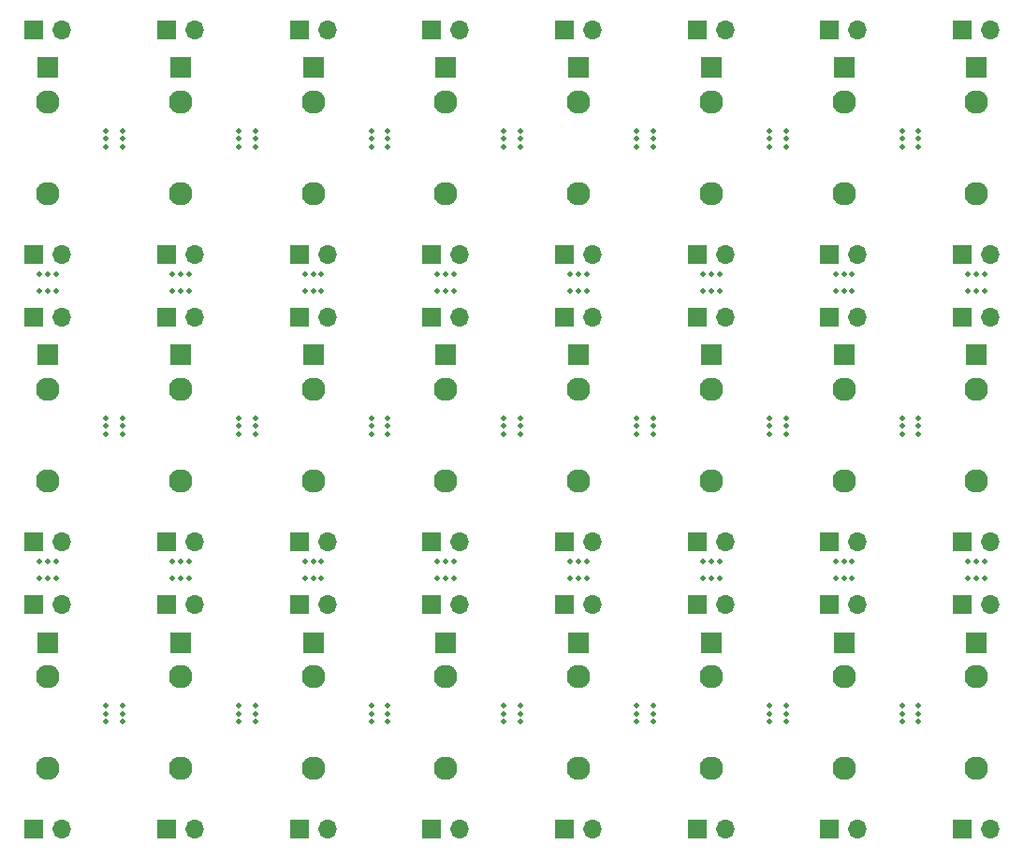
<source format=gbr>
%TF.GenerationSoftware,KiCad,Pcbnew,(6.0.0-0)*%
%TF.CreationDate,2022-11-22T10:59:51-05:00*%
%TF.ProjectId,AudioJack-Breakout-Panelization,41756469-6f4a-4616-936b-2d427265616b,rev?*%
%TF.SameCoordinates,Original*%
%TF.FileFunction,Soldermask,Top*%
%TF.FilePolarity,Negative*%
%FSLAX46Y46*%
G04 Gerber Fmt 4.6, Leading zero omitted, Abs format (unit mm)*
G04 Created by KiCad (PCBNEW (6.0.0-0)) date 2022-11-22 10:59:51*
%MOMM*%
%LPD*%
G01*
G04 APERTURE LIST*
%ADD10C,0.500000*%
%ADD11O,1.700000X1.700000*%
%ADD12R,1.700000X1.700000*%
%ADD13R,1.930000X1.830000*%
%ADD14C,2.130000*%
G04 APERTURE END LIST*
D10*
%TO.C,mouse-bite-2mm-slot47*%
X165180000Y-109694000D03*
X165930000Y-109694000D03*
X165930000Y-111194000D03*
X164430000Y-111194000D03*
X164430000Y-109694000D03*
X165180000Y-111194000D03*
%TD*%
%TO.C,mouse-bite-2mm-slot46*%
X159930000Y-124194000D03*
X158430000Y-122694000D03*
X159930000Y-123444000D03*
X158430000Y-123444000D03*
X159930000Y-122694000D03*
X158430000Y-124194000D03*
%TD*%
D11*
%TO.C,J178*%
X166445000Y-133904000D03*
D12*
X163905000Y-133904000D03*
%TD*%
D13*
%TO.C,J177*%
X165180000Y-117010000D03*
D14*
X165180000Y-120110000D03*
X165180000Y-128410000D03*
%TD*%
D12*
%TO.C,J179*%
X163905000Y-113584000D03*
D11*
X166445000Y-113584000D03*
%TD*%
D10*
%TO.C,mouse-bite-2mm-slot45*%
X153180000Y-109694000D03*
X153930000Y-109694000D03*
X153930000Y-111194000D03*
X152430000Y-111194000D03*
X152430000Y-109694000D03*
X153180000Y-111194000D03*
%TD*%
%TO.C,mouse-bite-2mm-slot44*%
X147930000Y-124194000D03*
X146430000Y-122694000D03*
X147930000Y-123444000D03*
X146430000Y-123444000D03*
X147930000Y-122694000D03*
X146430000Y-124194000D03*
%TD*%
D11*
%TO.C,J175*%
X154445000Y-133904000D03*
D12*
X151905000Y-133904000D03*
%TD*%
D13*
%TO.C,J174*%
X153180000Y-117010000D03*
D14*
X153180000Y-120110000D03*
X153180000Y-128410000D03*
%TD*%
D12*
%TO.C,J176*%
X151905000Y-113584000D03*
D11*
X154445000Y-113584000D03*
%TD*%
D10*
%TO.C,mouse-bite-2mm-slot43*%
X141180000Y-109694000D03*
X141930000Y-109694000D03*
X141930000Y-111194000D03*
X140430000Y-111194000D03*
X140430000Y-109694000D03*
X141180000Y-111194000D03*
%TD*%
%TO.C,mouse-bite-2mm-slot42*%
X135930000Y-124194000D03*
X134430000Y-122694000D03*
X135930000Y-123444000D03*
X134430000Y-123444000D03*
X135930000Y-122694000D03*
X134430000Y-124194000D03*
%TD*%
D11*
%TO.C,J172*%
X142445000Y-133904000D03*
D12*
X139905000Y-133904000D03*
%TD*%
D13*
%TO.C,J171*%
X141180000Y-117010000D03*
D14*
X141180000Y-120110000D03*
X141180000Y-128410000D03*
%TD*%
D12*
%TO.C,J173*%
X139905000Y-113584000D03*
D11*
X142445000Y-113584000D03*
%TD*%
D10*
%TO.C,mouse-bite-2mm-slot41*%
X129180000Y-109694000D03*
X129930000Y-109694000D03*
X129930000Y-111194000D03*
X128430000Y-111194000D03*
X128430000Y-109694000D03*
X129180000Y-111194000D03*
%TD*%
%TO.C,mouse-bite-2mm-slot40*%
X123930000Y-124194000D03*
X122430000Y-122694000D03*
X123930000Y-123444000D03*
X122430000Y-123444000D03*
X123930000Y-122694000D03*
X122430000Y-124194000D03*
%TD*%
D11*
%TO.C,J169*%
X130445000Y-133904000D03*
D12*
X127905000Y-133904000D03*
%TD*%
D13*
%TO.C,J168*%
X129180000Y-117010000D03*
D14*
X129180000Y-120110000D03*
X129180000Y-128410000D03*
%TD*%
D12*
%TO.C,J170*%
X127905000Y-113584000D03*
D11*
X130445000Y-113584000D03*
%TD*%
D10*
%TO.C,mouse-bite-2mm-slot39*%
X117180000Y-109694000D03*
X117930000Y-109694000D03*
X117930000Y-111194000D03*
X116430000Y-111194000D03*
X116430000Y-109694000D03*
X117180000Y-111194000D03*
%TD*%
%TO.C,mouse-bite-2mm-slot38*%
X111930000Y-124194000D03*
X110430000Y-122694000D03*
X111930000Y-123444000D03*
X110430000Y-123444000D03*
X111930000Y-122694000D03*
X110430000Y-124194000D03*
%TD*%
D11*
%TO.C,J166*%
X118445000Y-133904000D03*
D12*
X115905000Y-133904000D03*
%TD*%
D13*
%TO.C,J165*%
X117180000Y-117010000D03*
D14*
X117180000Y-120110000D03*
X117180000Y-128410000D03*
%TD*%
D12*
%TO.C,J167*%
X115905000Y-113584000D03*
D11*
X118445000Y-113584000D03*
%TD*%
D10*
%TO.C,mouse-bite-2mm-slot37*%
X105180000Y-109694000D03*
X105930000Y-109694000D03*
X105930000Y-111194000D03*
X104430000Y-111194000D03*
X104430000Y-109694000D03*
X105180000Y-111194000D03*
%TD*%
%TO.C,mouse-bite-2mm-slot36*%
X99930000Y-124194000D03*
X98430000Y-122694000D03*
X99930000Y-123444000D03*
X98430000Y-123444000D03*
X99930000Y-122694000D03*
X98430000Y-124194000D03*
%TD*%
D11*
%TO.C,J163*%
X106445000Y-133904000D03*
D12*
X103905000Y-133904000D03*
%TD*%
D13*
%TO.C,J162*%
X105180000Y-117010000D03*
D14*
X105180000Y-120110000D03*
X105180000Y-128410000D03*
%TD*%
D12*
%TO.C,J164*%
X103905000Y-113584000D03*
D11*
X106445000Y-113584000D03*
%TD*%
D10*
%TO.C,mouse-bite-2mm-slot35*%
X93180000Y-109694000D03*
X93930000Y-109694000D03*
X93930000Y-111194000D03*
X92430000Y-111194000D03*
X92430000Y-109694000D03*
X93180000Y-111194000D03*
%TD*%
%TO.C,mouse-bite-2mm-slot34*%
X87930000Y-124194000D03*
X86430000Y-122694000D03*
X87930000Y-123444000D03*
X86430000Y-123444000D03*
X87930000Y-122694000D03*
X86430000Y-124194000D03*
%TD*%
D11*
%TO.C,J160*%
X94445000Y-133904000D03*
D12*
X91905000Y-133904000D03*
%TD*%
D13*
%TO.C,J159*%
X93180000Y-117010000D03*
D14*
X93180000Y-120110000D03*
X93180000Y-128410000D03*
%TD*%
D12*
%TO.C,J161*%
X91905000Y-113584000D03*
D11*
X94445000Y-113584000D03*
%TD*%
D10*
%TO.C,mouse-bite-2mm-slot33*%
X81180000Y-109694000D03*
X81930000Y-109694000D03*
X81930000Y-111194000D03*
X80430000Y-111194000D03*
X80430000Y-109694000D03*
X81180000Y-111194000D03*
%TD*%
D11*
%TO.C,J157*%
X82445000Y-133904000D03*
D12*
X79905000Y-133904000D03*
%TD*%
D13*
%TO.C,J156*%
X81180000Y-117010000D03*
D14*
X81180000Y-120110000D03*
X81180000Y-128410000D03*
%TD*%
D12*
%TO.C,J158*%
X79905000Y-113584000D03*
D11*
X82445000Y-113584000D03*
%TD*%
D10*
%TO.C,mouse-bite-2mm-slot31*%
X165180000Y-83694000D03*
X165930000Y-83694000D03*
X165930000Y-85194000D03*
X164430000Y-85194000D03*
X164430000Y-83694000D03*
X165180000Y-85194000D03*
%TD*%
%TO.C,mouse-bite-2mm-slot30*%
X159930000Y-98194000D03*
X158430000Y-96694000D03*
X159930000Y-97444000D03*
X158430000Y-97444000D03*
X159930000Y-96694000D03*
X158430000Y-98194000D03*
%TD*%
D11*
%TO.C,J154*%
X166445000Y-107904000D03*
D12*
X163905000Y-107904000D03*
%TD*%
D13*
%TO.C,J153*%
X165180000Y-91010000D03*
D14*
X165180000Y-94110000D03*
X165180000Y-102410000D03*
%TD*%
D12*
%TO.C,J155*%
X163905000Y-87584000D03*
D11*
X166445000Y-87584000D03*
%TD*%
D10*
%TO.C,mouse-bite-2mm-slot29*%
X153180000Y-83694000D03*
X153930000Y-83694000D03*
X153930000Y-85194000D03*
X152430000Y-85194000D03*
X152430000Y-83694000D03*
X153180000Y-85194000D03*
%TD*%
%TO.C,mouse-bite-2mm-slot27*%
X147930000Y-98194000D03*
X146430000Y-96694000D03*
X147930000Y-97444000D03*
X146430000Y-97444000D03*
X147930000Y-96694000D03*
X146430000Y-98194000D03*
%TD*%
D11*
%TO.C,J151*%
X154445000Y-107904000D03*
D12*
X151905000Y-107904000D03*
%TD*%
D13*
%TO.C,J150*%
X153180000Y-91010000D03*
D14*
X153180000Y-94110000D03*
X153180000Y-102410000D03*
%TD*%
D12*
%TO.C,J152*%
X151905000Y-87584000D03*
D11*
X154445000Y-87584000D03*
%TD*%
D10*
%TO.C,mouse-bite-2mm-slot26*%
X141180000Y-83694000D03*
X141930000Y-83694000D03*
X141930000Y-85194000D03*
X140430000Y-85194000D03*
X140430000Y-83694000D03*
X141180000Y-85194000D03*
%TD*%
%TO.C,mouse-bite-2mm-slot25*%
X135930000Y-98194000D03*
X134430000Y-96694000D03*
X135930000Y-97444000D03*
X134430000Y-97444000D03*
X135930000Y-96694000D03*
X134430000Y-98194000D03*
%TD*%
D11*
%TO.C,J148*%
X142445000Y-107904000D03*
D12*
X139905000Y-107904000D03*
%TD*%
D13*
%TO.C,J147*%
X141180000Y-91010000D03*
D14*
X141180000Y-94110000D03*
X141180000Y-102410000D03*
%TD*%
D12*
%TO.C,J149*%
X139905000Y-87584000D03*
D11*
X142445000Y-87584000D03*
%TD*%
D10*
%TO.C,mouse-bite-2mm-slot24*%
X129180000Y-83694000D03*
X129930000Y-83694000D03*
X129930000Y-85194000D03*
X128430000Y-85194000D03*
X128430000Y-83694000D03*
X129180000Y-85194000D03*
%TD*%
%TO.C,mouse-bite-2mm-slot23*%
X123930000Y-98194000D03*
X122430000Y-96694000D03*
X123930000Y-97444000D03*
X122430000Y-97444000D03*
X123930000Y-96694000D03*
X122430000Y-98194000D03*
%TD*%
D11*
%TO.C,J145*%
X130445000Y-107904000D03*
D12*
X127905000Y-107904000D03*
%TD*%
D13*
%TO.C,J144*%
X129180000Y-91010000D03*
D14*
X129180000Y-94110000D03*
X129180000Y-102410000D03*
%TD*%
D12*
%TO.C,J146*%
X127905000Y-87584000D03*
D11*
X130445000Y-87584000D03*
%TD*%
D10*
%TO.C,mouse-bite-2mm-slot22*%
X117180000Y-83694000D03*
X117930000Y-83694000D03*
X117930000Y-85194000D03*
X116430000Y-85194000D03*
X116430000Y-83694000D03*
X117180000Y-85194000D03*
%TD*%
%TO.C,mouse-bite-2mm-slot21*%
X111930000Y-98194000D03*
X110430000Y-96694000D03*
X111930000Y-97444000D03*
X110430000Y-97444000D03*
X111930000Y-96694000D03*
X110430000Y-98194000D03*
%TD*%
D11*
%TO.C,J142*%
X118445000Y-107904000D03*
D12*
X115905000Y-107904000D03*
%TD*%
D13*
%TO.C,J141*%
X117180000Y-91010000D03*
D14*
X117180000Y-94110000D03*
X117180000Y-102410000D03*
%TD*%
D12*
%TO.C,J143*%
X115905000Y-87584000D03*
D11*
X118445000Y-87584000D03*
%TD*%
D10*
%TO.C,mouse-bite-2mm-slot20*%
X105180000Y-83694000D03*
X105930000Y-83694000D03*
X105930000Y-85194000D03*
X104430000Y-85194000D03*
X104430000Y-83694000D03*
X105180000Y-85194000D03*
%TD*%
%TO.C,mouse-bite-2mm-slot19*%
X99930000Y-98194000D03*
X98430000Y-96694000D03*
X99930000Y-97444000D03*
X98430000Y-97444000D03*
X99930000Y-96694000D03*
X98430000Y-98194000D03*
%TD*%
D11*
%TO.C,J139*%
X106445000Y-107904000D03*
D12*
X103905000Y-107904000D03*
%TD*%
D13*
%TO.C,J138*%
X105180000Y-91010000D03*
D14*
X105180000Y-94110000D03*
X105180000Y-102410000D03*
%TD*%
D12*
%TO.C,J140*%
X103905000Y-87584000D03*
D11*
X106445000Y-87584000D03*
%TD*%
D10*
%TO.C,mouse-bite-2mm-slot18*%
X93180000Y-83694000D03*
X93930000Y-83694000D03*
X93930000Y-85194000D03*
X92430000Y-85194000D03*
X92430000Y-83694000D03*
X93180000Y-85194000D03*
%TD*%
%TO.C,mouse-bite-2mm-slot17*%
X87930000Y-98194000D03*
X86430000Y-96694000D03*
X87930000Y-97444000D03*
X86430000Y-97444000D03*
X87930000Y-96694000D03*
X86430000Y-98194000D03*
%TD*%
D11*
%TO.C,J136*%
X94445000Y-107904000D03*
D12*
X91905000Y-107904000D03*
%TD*%
D13*
%TO.C,J135*%
X93180000Y-91010000D03*
D14*
X93180000Y-94110000D03*
X93180000Y-102410000D03*
%TD*%
D12*
%TO.C,J137*%
X91905000Y-87584000D03*
D11*
X94445000Y-87584000D03*
%TD*%
D10*
%TO.C,mouse-bite-2mm-slot16*%
X81180000Y-83694000D03*
X81930000Y-83694000D03*
X81930000Y-85194000D03*
X80430000Y-85194000D03*
X80430000Y-83694000D03*
X81180000Y-85194000D03*
%TD*%
D11*
%TO.C,J133*%
X82445000Y-107904000D03*
D12*
X79905000Y-107904000D03*
%TD*%
D13*
%TO.C,J132*%
X81180000Y-91010000D03*
D14*
X81180000Y-94110000D03*
X81180000Y-102410000D03*
%TD*%
D12*
%TO.C,J134*%
X79905000Y-87584000D03*
D11*
X82445000Y-87584000D03*
%TD*%
D10*
%TO.C,mouse-bite-2mm-slot13*%
X159930000Y-72194000D03*
X158430000Y-70694000D03*
X159930000Y-71444000D03*
X158430000Y-71444000D03*
X159930000Y-70694000D03*
X158430000Y-72194000D03*
%TD*%
D11*
%TO.C,J130*%
X166445000Y-81904000D03*
D12*
X163905000Y-81904000D03*
%TD*%
D13*
%TO.C,J129*%
X165180000Y-65010000D03*
D14*
X165180000Y-68110000D03*
X165180000Y-76410000D03*
%TD*%
D12*
%TO.C,J131*%
X163905000Y-61584000D03*
D11*
X166445000Y-61584000D03*
%TD*%
D10*
%TO.C,mouse-bite-2mm-slot11*%
X147930000Y-72194000D03*
X146430000Y-70694000D03*
X147930000Y-71444000D03*
X146430000Y-71444000D03*
X147930000Y-70694000D03*
X146430000Y-72194000D03*
%TD*%
D11*
%TO.C,J127*%
X154445000Y-81904000D03*
D12*
X151905000Y-81904000D03*
%TD*%
D13*
%TO.C,J126*%
X153180000Y-65010000D03*
D14*
X153180000Y-68110000D03*
X153180000Y-76410000D03*
%TD*%
D12*
%TO.C,J128*%
X151905000Y-61584000D03*
D11*
X154445000Y-61584000D03*
%TD*%
D10*
%TO.C,mouse-bite-2mm-slot9*%
X135930000Y-72194000D03*
X134430000Y-70694000D03*
X135930000Y-71444000D03*
X134430000Y-71444000D03*
X135930000Y-70694000D03*
X134430000Y-72194000D03*
%TD*%
D11*
%TO.C,J124*%
X142445000Y-81904000D03*
D12*
X139905000Y-81904000D03*
%TD*%
D13*
%TO.C,J123*%
X141180000Y-65010000D03*
D14*
X141180000Y-68110000D03*
X141180000Y-76410000D03*
%TD*%
D12*
%TO.C,J125*%
X139905000Y-61584000D03*
D11*
X142445000Y-61584000D03*
%TD*%
D10*
%TO.C,mouse-bite-2mm-slot7*%
X123930000Y-72194000D03*
X122430000Y-70694000D03*
X123930000Y-71444000D03*
X122430000Y-71444000D03*
X123930000Y-70694000D03*
X122430000Y-72194000D03*
%TD*%
D11*
%TO.C,J121*%
X130445000Y-81904000D03*
D12*
X127905000Y-81904000D03*
%TD*%
D13*
%TO.C,J120*%
X129180000Y-65010000D03*
D14*
X129180000Y-68110000D03*
X129180000Y-76410000D03*
%TD*%
D12*
%TO.C,J122*%
X127905000Y-61584000D03*
D11*
X130445000Y-61584000D03*
%TD*%
D10*
%TO.C,mouse-bite-2mm-slot5*%
X111930000Y-72194000D03*
X110430000Y-70694000D03*
X111930000Y-71444000D03*
X110430000Y-71444000D03*
X111930000Y-70694000D03*
X110430000Y-72194000D03*
%TD*%
D11*
%TO.C,J118*%
X118445000Y-81904000D03*
D12*
X115905000Y-81904000D03*
%TD*%
D13*
%TO.C,J117*%
X117180000Y-65010000D03*
D14*
X117180000Y-68110000D03*
X117180000Y-76410000D03*
%TD*%
D12*
%TO.C,J119*%
X115905000Y-61584000D03*
D11*
X118445000Y-61584000D03*
%TD*%
D10*
%TO.C,mouse-bite-2mm-slot3*%
X99930000Y-72194000D03*
X98430000Y-70694000D03*
X99930000Y-71444000D03*
X98430000Y-71444000D03*
X99930000Y-70694000D03*
X98430000Y-72194000D03*
%TD*%
D11*
%TO.C,J115*%
X106445000Y-81904000D03*
D12*
X103905000Y-81904000D03*
%TD*%
D13*
%TO.C,J114*%
X105180000Y-65010000D03*
D14*
X105180000Y-68110000D03*
X105180000Y-76410000D03*
%TD*%
D12*
%TO.C,J116*%
X103905000Y-61584000D03*
D11*
X106445000Y-61584000D03*
%TD*%
D10*
%TO.C,mouse-bite-2mm-slot1*%
X87930000Y-72194000D03*
X86430000Y-70694000D03*
X87930000Y-71444000D03*
X86430000Y-71444000D03*
X87930000Y-70694000D03*
X86430000Y-72194000D03*
%TD*%
D11*
%TO.C,J112*%
X94445000Y-81904000D03*
D12*
X91905000Y-81904000D03*
%TD*%
D13*
%TO.C,J111*%
X93180000Y-65010000D03*
D14*
X93180000Y-68110000D03*
X93180000Y-76410000D03*
%TD*%
D12*
%TO.C,J113*%
X91905000Y-61584000D03*
D11*
X94445000Y-61584000D03*
%TD*%
%TO.C,J109*%
X82445000Y-81904000D03*
D12*
X79905000Y-81904000D03*
%TD*%
%TO.C,J110*%
X79905000Y-61584000D03*
D11*
X82445000Y-61584000D03*
%TD*%
D13*
%TO.C,J108*%
X81180000Y-65010000D03*
D14*
X81180000Y-68110000D03*
X81180000Y-76410000D03*
%TD*%
M02*

</source>
